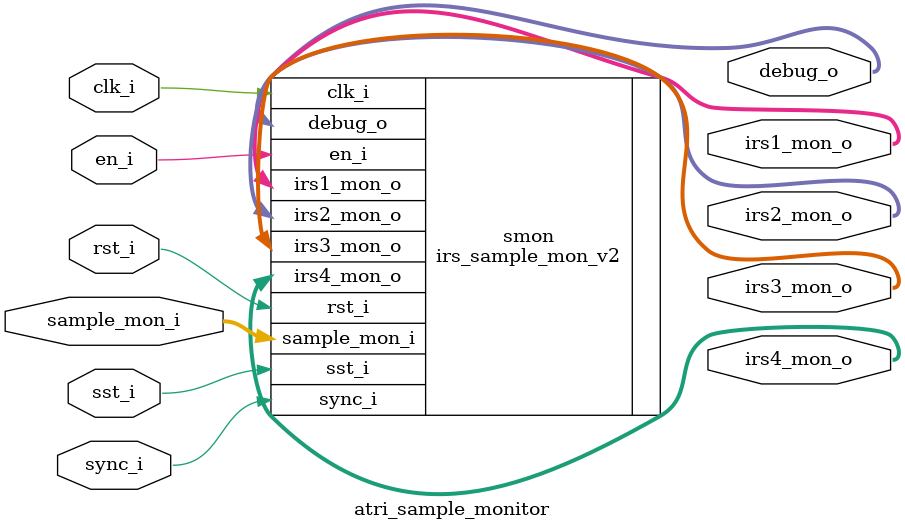
<source format=v>
`timescale 1ns / 1ps
module atri_sample_monitor(
		input clk_i,
		input rst_i,
		input en_i,
		input [3:0] sample_mon_i,
		input sync_i,
		input sst_i,
		output [7:0] irs1_mon_o,
		output [7:0] irs2_mon_o,
		output [7:0] irs3_mon_o,
		output [7:0] irs4_mon_o,
		output [52:0] debug_o
		);

	// screw this, we just use an IDDR2 now and deserialize ourselves.
	irs_sample_mon_v2 smon(.sample_mon_i(sample_mon_i),
								  .clk_i(clk_i),.en_i(en_i),.rst_i(rst_i),.sync_i(sync_i),
								  .sst_i(sst_i),
								  .irs1_mon_o(irs1_mon_o),
								  .irs2_mon_o(irs2_mon_o),
								  .irs3_mon_o(irs3_mon_o),
								  .irs4_mon_o(irs4_mon_o),
								  .debug_o(debug_o));
endmodule

</source>
